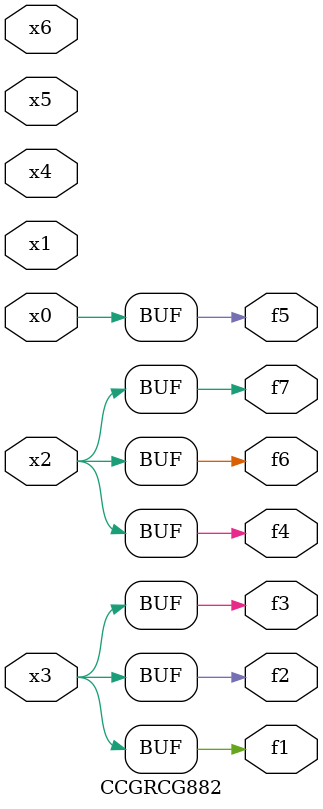
<source format=v>
module CCGRCG882(
	input x0, x1, x2, x3, x4, x5, x6,
	output f1, f2, f3, f4, f5, f6, f7
);
	assign f1 = x3;
	assign f2 = x3;
	assign f3 = x3;
	assign f4 = x2;
	assign f5 = x0;
	assign f6 = x2;
	assign f7 = x2;
endmodule

</source>
